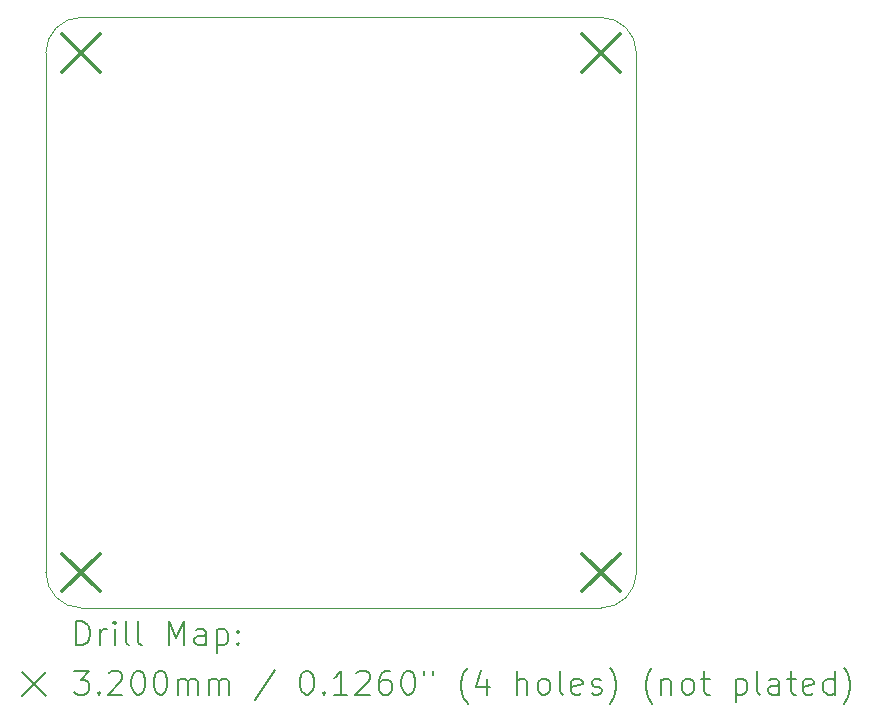
<source format=gbr>
%TF.GenerationSoftware,KiCad,Pcbnew,8.0.3*%
%TF.CreationDate,2024-06-13T00:50:03+02:00*%
%TF.ProjectId,can-proto,63616e2d-7072-46f7-946f-2e6b69636164,1*%
%TF.SameCoordinates,Original*%
%TF.FileFunction,Drillmap*%
%TF.FilePolarity,Positive*%
%FSLAX45Y45*%
G04 Gerber Fmt 4.5, Leading zero omitted, Abs format (unit mm)*
G04 Created by KiCad (PCBNEW 8.0.3) date 2024-06-13 00:50:03*
%MOMM*%
%LPD*%
G01*
G04 APERTURE LIST*
%ADD10C,0.050000*%
%ADD11C,0.200000*%
%ADD12C,0.320000*%
G04 APERTURE END LIST*
D10*
X15700000Y-6000000D02*
G75*
G02*
X16000000Y-6300000I0J-300000D01*
G01*
X11000000Y-6300000D02*
X11000000Y-10700000D01*
X11300000Y-11000000D02*
G75*
G02*
X11000000Y-10700000I0J300000D01*
G01*
X11000000Y-6300000D02*
G75*
G02*
X11300000Y-6000000I300000J0D01*
G01*
X15700000Y-6000000D02*
X11300000Y-6000000D01*
X11300000Y-11000000D02*
X15700000Y-11000000D01*
X16000000Y-10700000D02*
G75*
G02*
X15700000Y-11000000I-300000J0D01*
G01*
X16000000Y-10700000D02*
X16000000Y-6300000D01*
D11*
D12*
X11140000Y-6140000D02*
X11460000Y-6460000D01*
X11460000Y-6140000D02*
X11140000Y-6460000D01*
X11140000Y-10540000D02*
X11460000Y-10860000D01*
X11460000Y-10540000D02*
X11140000Y-10860000D01*
X15540000Y-6140000D02*
X15860000Y-6460000D01*
X15860000Y-6140000D02*
X15540000Y-6460000D01*
X15540000Y-10540000D02*
X15860000Y-10860000D01*
X15860000Y-10540000D02*
X15540000Y-10860000D01*
D11*
X11258277Y-11313984D02*
X11258277Y-11113984D01*
X11258277Y-11113984D02*
X11305896Y-11113984D01*
X11305896Y-11113984D02*
X11334467Y-11123508D01*
X11334467Y-11123508D02*
X11353515Y-11142555D01*
X11353515Y-11142555D02*
X11363039Y-11161603D01*
X11363039Y-11161603D02*
X11372562Y-11199698D01*
X11372562Y-11199698D02*
X11372562Y-11228269D01*
X11372562Y-11228269D02*
X11363039Y-11266365D01*
X11363039Y-11266365D02*
X11353515Y-11285412D01*
X11353515Y-11285412D02*
X11334467Y-11304460D01*
X11334467Y-11304460D02*
X11305896Y-11313984D01*
X11305896Y-11313984D02*
X11258277Y-11313984D01*
X11458277Y-11313984D02*
X11458277Y-11180650D01*
X11458277Y-11218746D02*
X11467801Y-11199698D01*
X11467801Y-11199698D02*
X11477324Y-11190174D01*
X11477324Y-11190174D02*
X11496372Y-11180650D01*
X11496372Y-11180650D02*
X11515420Y-11180650D01*
X11582086Y-11313984D02*
X11582086Y-11180650D01*
X11582086Y-11113984D02*
X11572562Y-11123508D01*
X11572562Y-11123508D02*
X11582086Y-11133031D01*
X11582086Y-11133031D02*
X11591610Y-11123508D01*
X11591610Y-11123508D02*
X11582086Y-11113984D01*
X11582086Y-11113984D02*
X11582086Y-11133031D01*
X11705896Y-11313984D02*
X11686848Y-11304460D01*
X11686848Y-11304460D02*
X11677324Y-11285412D01*
X11677324Y-11285412D02*
X11677324Y-11113984D01*
X11810658Y-11313984D02*
X11791610Y-11304460D01*
X11791610Y-11304460D02*
X11782086Y-11285412D01*
X11782086Y-11285412D02*
X11782086Y-11113984D01*
X12039229Y-11313984D02*
X12039229Y-11113984D01*
X12039229Y-11113984D02*
X12105896Y-11256841D01*
X12105896Y-11256841D02*
X12172562Y-11113984D01*
X12172562Y-11113984D02*
X12172562Y-11313984D01*
X12353515Y-11313984D02*
X12353515Y-11209222D01*
X12353515Y-11209222D02*
X12343991Y-11190174D01*
X12343991Y-11190174D02*
X12324943Y-11180650D01*
X12324943Y-11180650D02*
X12286848Y-11180650D01*
X12286848Y-11180650D02*
X12267801Y-11190174D01*
X12353515Y-11304460D02*
X12334467Y-11313984D01*
X12334467Y-11313984D02*
X12286848Y-11313984D01*
X12286848Y-11313984D02*
X12267801Y-11304460D01*
X12267801Y-11304460D02*
X12258277Y-11285412D01*
X12258277Y-11285412D02*
X12258277Y-11266365D01*
X12258277Y-11266365D02*
X12267801Y-11247317D01*
X12267801Y-11247317D02*
X12286848Y-11237793D01*
X12286848Y-11237793D02*
X12334467Y-11237793D01*
X12334467Y-11237793D02*
X12353515Y-11228269D01*
X12448753Y-11180650D02*
X12448753Y-11380650D01*
X12448753Y-11190174D02*
X12467801Y-11180650D01*
X12467801Y-11180650D02*
X12505896Y-11180650D01*
X12505896Y-11180650D02*
X12524943Y-11190174D01*
X12524943Y-11190174D02*
X12534467Y-11199698D01*
X12534467Y-11199698D02*
X12543991Y-11218746D01*
X12543991Y-11218746D02*
X12543991Y-11275888D01*
X12543991Y-11275888D02*
X12534467Y-11294936D01*
X12534467Y-11294936D02*
X12524943Y-11304460D01*
X12524943Y-11304460D02*
X12505896Y-11313984D01*
X12505896Y-11313984D02*
X12467801Y-11313984D01*
X12467801Y-11313984D02*
X12448753Y-11304460D01*
X12629705Y-11294936D02*
X12639229Y-11304460D01*
X12639229Y-11304460D02*
X12629705Y-11313984D01*
X12629705Y-11313984D02*
X12620182Y-11304460D01*
X12620182Y-11304460D02*
X12629705Y-11294936D01*
X12629705Y-11294936D02*
X12629705Y-11313984D01*
X12629705Y-11190174D02*
X12639229Y-11199698D01*
X12639229Y-11199698D02*
X12629705Y-11209222D01*
X12629705Y-11209222D02*
X12620182Y-11199698D01*
X12620182Y-11199698D02*
X12629705Y-11190174D01*
X12629705Y-11190174D02*
X12629705Y-11209222D01*
X10797500Y-11542500D02*
X10997500Y-11742500D01*
X10997500Y-11542500D02*
X10797500Y-11742500D01*
X11239229Y-11533984D02*
X11363039Y-11533984D01*
X11363039Y-11533984D02*
X11296372Y-11610174D01*
X11296372Y-11610174D02*
X11324943Y-11610174D01*
X11324943Y-11610174D02*
X11343991Y-11619698D01*
X11343991Y-11619698D02*
X11353515Y-11629222D01*
X11353515Y-11629222D02*
X11363039Y-11648269D01*
X11363039Y-11648269D02*
X11363039Y-11695888D01*
X11363039Y-11695888D02*
X11353515Y-11714936D01*
X11353515Y-11714936D02*
X11343991Y-11724460D01*
X11343991Y-11724460D02*
X11324943Y-11733984D01*
X11324943Y-11733984D02*
X11267801Y-11733984D01*
X11267801Y-11733984D02*
X11248753Y-11724460D01*
X11248753Y-11724460D02*
X11239229Y-11714936D01*
X11448753Y-11714936D02*
X11458277Y-11724460D01*
X11458277Y-11724460D02*
X11448753Y-11733984D01*
X11448753Y-11733984D02*
X11439229Y-11724460D01*
X11439229Y-11724460D02*
X11448753Y-11714936D01*
X11448753Y-11714936D02*
X11448753Y-11733984D01*
X11534467Y-11553031D02*
X11543991Y-11543508D01*
X11543991Y-11543508D02*
X11563039Y-11533984D01*
X11563039Y-11533984D02*
X11610658Y-11533984D01*
X11610658Y-11533984D02*
X11629705Y-11543508D01*
X11629705Y-11543508D02*
X11639229Y-11553031D01*
X11639229Y-11553031D02*
X11648753Y-11572079D01*
X11648753Y-11572079D02*
X11648753Y-11591127D01*
X11648753Y-11591127D02*
X11639229Y-11619698D01*
X11639229Y-11619698D02*
X11524943Y-11733984D01*
X11524943Y-11733984D02*
X11648753Y-11733984D01*
X11772562Y-11533984D02*
X11791610Y-11533984D01*
X11791610Y-11533984D02*
X11810658Y-11543508D01*
X11810658Y-11543508D02*
X11820182Y-11553031D01*
X11820182Y-11553031D02*
X11829705Y-11572079D01*
X11829705Y-11572079D02*
X11839229Y-11610174D01*
X11839229Y-11610174D02*
X11839229Y-11657793D01*
X11839229Y-11657793D02*
X11829705Y-11695888D01*
X11829705Y-11695888D02*
X11820182Y-11714936D01*
X11820182Y-11714936D02*
X11810658Y-11724460D01*
X11810658Y-11724460D02*
X11791610Y-11733984D01*
X11791610Y-11733984D02*
X11772562Y-11733984D01*
X11772562Y-11733984D02*
X11753515Y-11724460D01*
X11753515Y-11724460D02*
X11743991Y-11714936D01*
X11743991Y-11714936D02*
X11734467Y-11695888D01*
X11734467Y-11695888D02*
X11724943Y-11657793D01*
X11724943Y-11657793D02*
X11724943Y-11610174D01*
X11724943Y-11610174D02*
X11734467Y-11572079D01*
X11734467Y-11572079D02*
X11743991Y-11553031D01*
X11743991Y-11553031D02*
X11753515Y-11543508D01*
X11753515Y-11543508D02*
X11772562Y-11533984D01*
X11963039Y-11533984D02*
X11982086Y-11533984D01*
X11982086Y-11533984D02*
X12001134Y-11543508D01*
X12001134Y-11543508D02*
X12010658Y-11553031D01*
X12010658Y-11553031D02*
X12020182Y-11572079D01*
X12020182Y-11572079D02*
X12029705Y-11610174D01*
X12029705Y-11610174D02*
X12029705Y-11657793D01*
X12029705Y-11657793D02*
X12020182Y-11695888D01*
X12020182Y-11695888D02*
X12010658Y-11714936D01*
X12010658Y-11714936D02*
X12001134Y-11724460D01*
X12001134Y-11724460D02*
X11982086Y-11733984D01*
X11982086Y-11733984D02*
X11963039Y-11733984D01*
X11963039Y-11733984D02*
X11943991Y-11724460D01*
X11943991Y-11724460D02*
X11934467Y-11714936D01*
X11934467Y-11714936D02*
X11924943Y-11695888D01*
X11924943Y-11695888D02*
X11915420Y-11657793D01*
X11915420Y-11657793D02*
X11915420Y-11610174D01*
X11915420Y-11610174D02*
X11924943Y-11572079D01*
X11924943Y-11572079D02*
X11934467Y-11553031D01*
X11934467Y-11553031D02*
X11943991Y-11543508D01*
X11943991Y-11543508D02*
X11963039Y-11533984D01*
X12115420Y-11733984D02*
X12115420Y-11600650D01*
X12115420Y-11619698D02*
X12124943Y-11610174D01*
X12124943Y-11610174D02*
X12143991Y-11600650D01*
X12143991Y-11600650D02*
X12172563Y-11600650D01*
X12172563Y-11600650D02*
X12191610Y-11610174D01*
X12191610Y-11610174D02*
X12201134Y-11629222D01*
X12201134Y-11629222D02*
X12201134Y-11733984D01*
X12201134Y-11629222D02*
X12210658Y-11610174D01*
X12210658Y-11610174D02*
X12229705Y-11600650D01*
X12229705Y-11600650D02*
X12258277Y-11600650D01*
X12258277Y-11600650D02*
X12277324Y-11610174D01*
X12277324Y-11610174D02*
X12286848Y-11629222D01*
X12286848Y-11629222D02*
X12286848Y-11733984D01*
X12382086Y-11733984D02*
X12382086Y-11600650D01*
X12382086Y-11619698D02*
X12391610Y-11610174D01*
X12391610Y-11610174D02*
X12410658Y-11600650D01*
X12410658Y-11600650D02*
X12439229Y-11600650D01*
X12439229Y-11600650D02*
X12458277Y-11610174D01*
X12458277Y-11610174D02*
X12467801Y-11629222D01*
X12467801Y-11629222D02*
X12467801Y-11733984D01*
X12467801Y-11629222D02*
X12477324Y-11610174D01*
X12477324Y-11610174D02*
X12496372Y-11600650D01*
X12496372Y-11600650D02*
X12524943Y-11600650D01*
X12524943Y-11600650D02*
X12543991Y-11610174D01*
X12543991Y-11610174D02*
X12553515Y-11629222D01*
X12553515Y-11629222D02*
X12553515Y-11733984D01*
X12943991Y-11524460D02*
X12772563Y-11781603D01*
X13201134Y-11533984D02*
X13220182Y-11533984D01*
X13220182Y-11533984D02*
X13239229Y-11543508D01*
X13239229Y-11543508D02*
X13248753Y-11553031D01*
X13248753Y-11553031D02*
X13258277Y-11572079D01*
X13258277Y-11572079D02*
X13267801Y-11610174D01*
X13267801Y-11610174D02*
X13267801Y-11657793D01*
X13267801Y-11657793D02*
X13258277Y-11695888D01*
X13258277Y-11695888D02*
X13248753Y-11714936D01*
X13248753Y-11714936D02*
X13239229Y-11724460D01*
X13239229Y-11724460D02*
X13220182Y-11733984D01*
X13220182Y-11733984D02*
X13201134Y-11733984D01*
X13201134Y-11733984D02*
X13182086Y-11724460D01*
X13182086Y-11724460D02*
X13172563Y-11714936D01*
X13172563Y-11714936D02*
X13163039Y-11695888D01*
X13163039Y-11695888D02*
X13153515Y-11657793D01*
X13153515Y-11657793D02*
X13153515Y-11610174D01*
X13153515Y-11610174D02*
X13163039Y-11572079D01*
X13163039Y-11572079D02*
X13172563Y-11553031D01*
X13172563Y-11553031D02*
X13182086Y-11543508D01*
X13182086Y-11543508D02*
X13201134Y-11533984D01*
X13353515Y-11714936D02*
X13363039Y-11724460D01*
X13363039Y-11724460D02*
X13353515Y-11733984D01*
X13353515Y-11733984D02*
X13343991Y-11724460D01*
X13343991Y-11724460D02*
X13353515Y-11714936D01*
X13353515Y-11714936D02*
X13353515Y-11733984D01*
X13553515Y-11733984D02*
X13439229Y-11733984D01*
X13496372Y-11733984D02*
X13496372Y-11533984D01*
X13496372Y-11533984D02*
X13477325Y-11562555D01*
X13477325Y-11562555D02*
X13458277Y-11581603D01*
X13458277Y-11581603D02*
X13439229Y-11591127D01*
X13629706Y-11553031D02*
X13639229Y-11543508D01*
X13639229Y-11543508D02*
X13658277Y-11533984D01*
X13658277Y-11533984D02*
X13705896Y-11533984D01*
X13705896Y-11533984D02*
X13724944Y-11543508D01*
X13724944Y-11543508D02*
X13734467Y-11553031D01*
X13734467Y-11553031D02*
X13743991Y-11572079D01*
X13743991Y-11572079D02*
X13743991Y-11591127D01*
X13743991Y-11591127D02*
X13734467Y-11619698D01*
X13734467Y-11619698D02*
X13620182Y-11733984D01*
X13620182Y-11733984D02*
X13743991Y-11733984D01*
X13915420Y-11533984D02*
X13877325Y-11533984D01*
X13877325Y-11533984D02*
X13858277Y-11543508D01*
X13858277Y-11543508D02*
X13848753Y-11553031D01*
X13848753Y-11553031D02*
X13829706Y-11581603D01*
X13829706Y-11581603D02*
X13820182Y-11619698D01*
X13820182Y-11619698D02*
X13820182Y-11695888D01*
X13820182Y-11695888D02*
X13829706Y-11714936D01*
X13829706Y-11714936D02*
X13839229Y-11724460D01*
X13839229Y-11724460D02*
X13858277Y-11733984D01*
X13858277Y-11733984D02*
X13896372Y-11733984D01*
X13896372Y-11733984D02*
X13915420Y-11724460D01*
X13915420Y-11724460D02*
X13924944Y-11714936D01*
X13924944Y-11714936D02*
X13934467Y-11695888D01*
X13934467Y-11695888D02*
X13934467Y-11648269D01*
X13934467Y-11648269D02*
X13924944Y-11629222D01*
X13924944Y-11629222D02*
X13915420Y-11619698D01*
X13915420Y-11619698D02*
X13896372Y-11610174D01*
X13896372Y-11610174D02*
X13858277Y-11610174D01*
X13858277Y-11610174D02*
X13839229Y-11619698D01*
X13839229Y-11619698D02*
X13829706Y-11629222D01*
X13829706Y-11629222D02*
X13820182Y-11648269D01*
X14058277Y-11533984D02*
X14077325Y-11533984D01*
X14077325Y-11533984D02*
X14096372Y-11543508D01*
X14096372Y-11543508D02*
X14105896Y-11553031D01*
X14105896Y-11553031D02*
X14115420Y-11572079D01*
X14115420Y-11572079D02*
X14124944Y-11610174D01*
X14124944Y-11610174D02*
X14124944Y-11657793D01*
X14124944Y-11657793D02*
X14115420Y-11695888D01*
X14115420Y-11695888D02*
X14105896Y-11714936D01*
X14105896Y-11714936D02*
X14096372Y-11724460D01*
X14096372Y-11724460D02*
X14077325Y-11733984D01*
X14077325Y-11733984D02*
X14058277Y-11733984D01*
X14058277Y-11733984D02*
X14039229Y-11724460D01*
X14039229Y-11724460D02*
X14029706Y-11714936D01*
X14029706Y-11714936D02*
X14020182Y-11695888D01*
X14020182Y-11695888D02*
X14010658Y-11657793D01*
X14010658Y-11657793D02*
X14010658Y-11610174D01*
X14010658Y-11610174D02*
X14020182Y-11572079D01*
X14020182Y-11572079D02*
X14029706Y-11553031D01*
X14029706Y-11553031D02*
X14039229Y-11543508D01*
X14039229Y-11543508D02*
X14058277Y-11533984D01*
X14201134Y-11533984D02*
X14201134Y-11572079D01*
X14277325Y-11533984D02*
X14277325Y-11572079D01*
X14572563Y-11810174D02*
X14563039Y-11800650D01*
X14563039Y-11800650D02*
X14543991Y-11772079D01*
X14543991Y-11772079D02*
X14534468Y-11753031D01*
X14534468Y-11753031D02*
X14524944Y-11724460D01*
X14524944Y-11724460D02*
X14515420Y-11676841D01*
X14515420Y-11676841D02*
X14515420Y-11638746D01*
X14515420Y-11638746D02*
X14524944Y-11591127D01*
X14524944Y-11591127D02*
X14534468Y-11562555D01*
X14534468Y-11562555D02*
X14543991Y-11543508D01*
X14543991Y-11543508D02*
X14563039Y-11514936D01*
X14563039Y-11514936D02*
X14572563Y-11505412D01*
X14734468Y-11600650D02*
X14734468Y-11733984D01*
X14686848Y-11524460D02*
X14639229Y-11667317D01*
X14639229Y-11667317D02*
X14763039Y-11667317D01*
X14991610Y-11733984D02*
X14991610Y-11533984D01*
X15077325Y-11733984D02*
X15077325Y-11629222D01*
X15077325Y-11629222D02*
X15067801Y-11610174D01*
X15067801Y-11610174D02*
X15048753Y-11600650D01*
X15048753Y-11600650D02*
X15020182Y-11600650D01*
X15020182Y-11600650D02*
X15001134Y-11610174D01*
X15001134Y-11610174D02*
X14991610Y-11619698D01*
X15201134Y-11733984D02*
X15182087Y-11724460D01*
X15182087Y-11724460D02*
X15172563Y-11714936D01*
X15172563Y-11714936D02*
X15163039Y-11695888D01*
X15163039Y-11695888D02*
X15163039Y-11638746D01*
X15163039Y-11638746D02*
X15172563Y-11619698D01*
X15172563Y-11619698D02*
X15182087Y-11610174D01*
X15182087Y-11610174D02*
X15201134Y-11600650D01*
X15201134Y-11600650D02*
X15229706Y-11600650D01*
X15229706Y-11600650D02*
X15248753Y-11610174D01*
X15248753Y-11610174D02*
X15258277Y-11619698D01*
X15258277Y-11619698D02*
X15267801Y-11638746D01*
X15267801Y-11638746D02*
X15267801Y-11695888D01*
X15267801Y-11695888D02*
X15258277Y-11714936D01*
X15258277Y-11714936D02*
X15248753Y-11724460D01*
X15248753Y-11724460D02*
X15229706Y-11733984D01*
X15229706Y-11733984D02*
X15201134Y-11733984D01*
X15382087Y-11733984D02*
X15363039Y-11724460D01*
X15363039Y-11724460D02*
X15353515Y-11705412D01*
X15353515Y-11705412D02*
X15353515Y-11533984D01*
X15534468Y-11724460D02*
X15515420Y-11733984D01*
X15515420Y-11733984D02*
X15477325Y-11733984D01*
X15477325Y-11733984D02*
X15458277Y-11724460D01*
X15458277Y-11724460D02*
X15448753Y-11705412D01*
X15448753Y-11705412D02*
X15448753Y-11629222D01*
X15448753Y-11629222D02*
X15458277Y-11610174D01*
X15458277Y-11610174D02*
X15477325Y-11600650D01*
X15477325Y-11600650D02*
X15515420Y-11600650D01*
X15515420Y-11600650D02*
X15534468Y-11610174D01*
X15534468Y-11610174D02*
X15543991Y-11629222D01*
X15543991Y-11629222D02*
X15543991Y-11648269D01*
X15543991Y-11648269D02*
X15448753Y-11667317D01*
X15620182Y-11724460D02*
X15639230Y-11733984D01*
X15639230Y-11733984D02*
X15677325Y-11733984D01*
X15677325Y-11733984D02*
X15696372Y-11724460D01*
X15696372Y-11724460D02*
X15705896Y-11705412D01*
X15705896Y-11705412D02*
X15705896Y-11695888D01*
X15705896Y-11695888D02*
X15696372Y-11676841D01*
X15696372Y-11676841D02*
X15677325Y-11667317D01*
X15677325Y-11667317D02*
X15648753Y-11667317D01*
X15648753Y-11667317D02*
X15629706Y-11657793D01*
X15629706Y-11657793D02*
X15620182Y-11638746D01*
X15620182Y-11638746D02*
X15620182Y-11629222D01*
X15620182Y-11629222D02*
X15629706Y-11610174D01*
X15629706Y-11610174D02*
X15648753Y-11600650D01*
X15648753Y-11600650D02*
X15677325Y-11600650D01*
X15677325Y-11600650D02*
X15696372Y-11610174D01*
X15772563Y-11810174D02*
X15782087Y-11800650D01*
X15782087Y-11800650D02*
X15801134Y-11772079D01*
X15801134Y-11772079D02*
X15810658Y-11753031D01*
X15810658Y-11753031D02*
X15820182Y-11724460D01*
X15820182Y-11724460D02*
X15829706Y-11676841D01*
X15829706Y-11676841D02*
X15829706Y-11638746D01*
X15829706Y-11638746D02*
X15820182Y-11591127D01*
X15820182Y-11591127D02*
X15810658Y-11562555D01*
X15810658Y-11562555D02*
X15801134Y-11543508D01*
X15801134Y-11543508D02*
X15782087Y-11514936D01*
X15782087Y-11514936D02*
X15772563Y-11505412D01*
X16134468Y-11810174D02*
X16124944Y-11800650D01*
X16124944Y-11800650D02*
X16105896Y-11772079D01*
X16105896Y-11772079D02*
X16096372Y-11753031D01*
X16096372Y-11753031D02*
X16086849Y-11724460D01*
X16086849Y-11724460D02*
X16077325Y-11676841D01*
X16077325Y-11676841D02*
X16077325Y-11638746D01*
X16077325Y-11638746D02*
X16086849Y-11591127D01*
X16086849Y-11591127D02*
X16096372Y-11562555D01*
X16096372Y-11562555D02*
X16105896Y-11543508D01*
X16105896Y-11543508D02*
X16124944Y-11514936D01*
X16124944Y-11514936D02*
X16134468Y-11505412D01*
X16210658Y-11600650D02*
X16210658Y-11733984D01*
X16210658Y-11619698D02*
X16220182Y-11610174D01*
X16220182Y-11610174D02*
X16239230Y-11600650D01*
X16239230Y-11600650D02*
X16267801Y-11600650D01*
X16267801Y-11600650D02*
X16286849Y-11610174D01*
X16286849Y-11610174D02*
X16296372Y-11629222D01*
X16296372Y-11629222D02*
X16296372Y-11733984D01*
X16420182Y-11733984D02*
X16401134Y-11724460D01*
X16401134Y-11724460D02*
X16391611Y-11714936D01*
X16391611Y-11714936D02*
X16382087Y-11695888D01*
X16382087Y-11695888D02*
X16382087Y-11638746D01*
X16382087Y-11638746D02*
X16391611Y-11619698D01*
X16391611Y-11619698D02*
X16401134Y-11610174D01*
X16401134Y-11610174D02*
X16420182Y-11600650D01*
X16420182Y-11600650D02*
X16448753Y-11600650D01*
X16448753Y-11600650D02*
X16467801Y-11610174D01*
X16467801Y-11610174D02*
X16477325Y-11619698D01*
X16477325Y-11619698D02*
X16486849Y-11638746D01*
X16486849Y-11638746D02*
X16486849Y-11695888D01*
X16486849Y-11695888D02*
X16477325Y-11714936D01*
X16477325Y-11714936D02*
X16467801Y-11724460D01*
X16467801Y-11724460D02*
X16448753Y-11733984D01*
X16448753Y-11733984D02*
X16420182Y-11733984D01*
X16543992Y-11600650D02*
X16620182Y-11600650D01*
X16572563Y-11533984D02*
X16572563Y-11705412D01*
X16572563Y-11705412D02*
X16582087Y-11724460D01*
X16582087Y-11724460D02*
X16601134Y-11733984D01*
X16601134Y-11733984D02*
X16620182Y-11733984D01*
X16839230Y-11600650D02*
X16839230Y-11800650D01*
X16839230Y-11610174D02*
X16858277Y-11600650D01*
X16858277Y-11600650D02*
X16896373Y-11600650D01*
X16896373Y-11600650D02*
X16915420Y-11610174D01*
X16915420Y-11610174D02*
X16924944Y-11619698D01*
X16924944Y-11619698D02*
X16934468Y-11638746D01*
X16934468Y-11638746D02*
X16934468Y-11695888D01*
X16934468Y-11695888D02*
X16924944Y-11714936D01*
X16924944Y-11714936D02*
X16915420Y-11724460D01*
X16915420Y-11724460D02*
X16896373Y-11733984D01*
X16896373Y-11733984D02*
X16858277Y-11733984D01*
X16858277Y-11733984D02*
X16839230Y-11724460D01*
X17048754Y-11733984D02*
X17029706Y-11724460D01*
X17029706Y-11724460D02*
X17020182Y-11705412D01*
X17020182Y-11705412D02*
X17020182Y-11533984D01*
X17210658Y-11733984D02*
X17210658Y-11629222D01*
X17210658Y-11629222D02*
X17201135Y-11610174D01*
X17201135Y-11610174D02*
X17182087Y-11600650D01*
X17182087Y-11600650D02*
X17143992Y-11600650D01*
X17143992Y-11600650D02*
X17124944Y-11610174D01*
X17210658Y-11724460D02*
X17191611Y-11733984D01*
X17191611Y-11733984D02*
X17143992Y-11733984D01*
X17143992Y-11733984D02*
X17124944Y-11724460D01*
X17124944Y-11724460D02*
X17115420Y-11705412D01*
X17115420Y-11705412D02*
X17115420Y-11686365D01*
X17115420Y-11686365D02*
X17124944Y-11667317D01*
X17124944Y-11667317D02*
X17143992Y-11657793D01*
X17143992Y-11657793D02*
X17191611Y-11657793D01*
X17191611Y-11657793D02*
X17210658Y-11648269D01*
X17277325Y-11600650D02*
X17353515Y-11600650D01*
X17305896Y-11533984D02*
X17305896Y-11705412D01*
X17305896Y-11705412D02*
X17315420Y-11724460D01*
X17315420Y-11724460D02*
X17334468Y-11733984D01*
X17334468Y-11733984D02*
X17353515Y-11733984D01*
X17496373Y-11724460D02*
X17477325Y-11733984D01*
X17477325Y-11733984D02*
X17439230Y-11733984D01*
X17439230Y-11733984D02*
X17420182Y-11724460D01*
X17420182Y-11724460D02*
X17410658Y-11705412D01*
X17410658Y-11705412D02*
X17410658Y-11629222D01*
X17410658Y-11629222D02*
X17420182Y-11610174D01*
X17420182Y-11610174D02*
X17439230Y-11600650D01*
X17439230Y-11600650D02*
X17477325Y-11600650D01*
X17477325Y-11600650D02*
X17496373Y-11610174D01*
X17496373Y-11610174D02*
X17505896Y-11629222D01*
X17505896Y-11629222D02*
X17505896Y-11648269D01*
X17505896Y-11648269D02*
X17410658Y-11667317D01*
X17677325Y-11733984D02*
X17677325Y-11533984D01*
X17677325Y-11724460D02*
X17658277Y-11733984D01*
X17658277Y-11733984D02*
X17620182Y-11733984D01*
X17620182Y-11733984D02*
X17601135Y-11724460D01*
X17601135Y-11724460D02*
X17591611Y-11714936D01*
X17591611Y-11714936D02*
X17582087Y-11695888D01*
X17582087Y-11695888D02*
X17582087Y-11638746D01*
X17582087Y-11638746D02*
X17591611Y-11619698D01*
X17591611Y-11619698D02*
X17601135Y-11610174D01*
X17601135Y-11610174D02*
X17620182Y-11600650D01*
X17620182Y-11600650D02*
X17658277Y-11600650D01*
X17658277Y-11600650D02*
X17677325Y-11610174D01*
X17753516Y-11810174D02*
X17763039Y-11800650D01*
X17763039Y-11800650D02*
X17782087Y-11772079D01*
X17782087Y-11772079D02*
X17791611Y-11753031D01*
X17791611Y-11753031D02*
X17801135Y-11724460D01*
X17801135Y-11724460D02*
X17810658Y-11676841D01*
X17810658Y-11676841D02*
X17810658Y-11638746D01*
X17810658Y-11638746D02*
X17801135Y-11591127D01*
X17801135Y-11591127D02*
X17791611Y-11562555D01*
X17791611Y-11562555D02*
X17782087Y-11543508D01*
X17782087Y-11543508D02*
X17763039Y-11514936D01*
X17763039Y-11514936D02*
X17753516Y-11505412D01*
M02*

</source>
